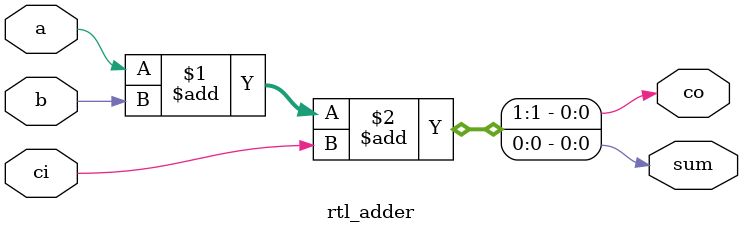
<source format=sv>
module rtl_adder
(
    input logic     a, b, ci,
    output logic    sum, co
);

    assign {co, sum} = a + b + ci;

endmodule

</source>
